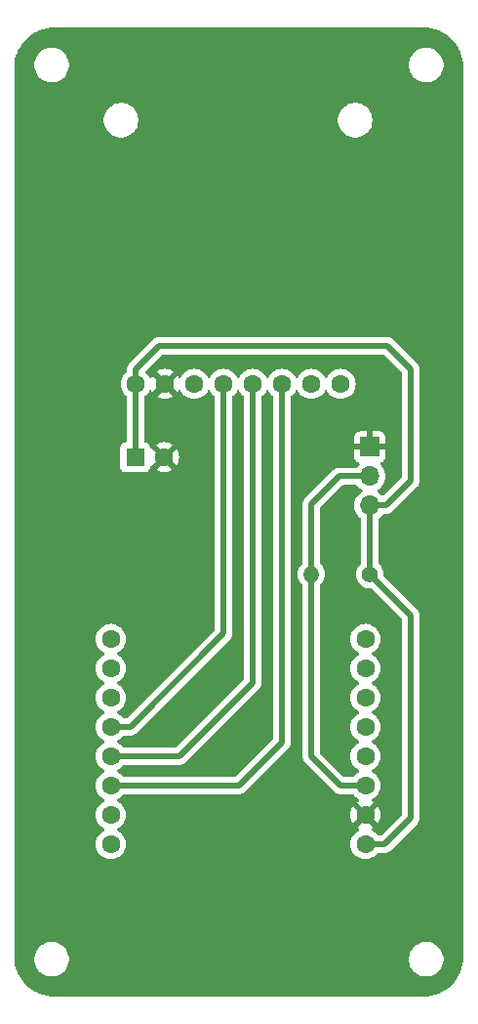
<source format=gbr>
%TF.GenerationSoftware,KiCad,Pcbnew,8.0.8*%
%TF.CreationDate,2025-01-27T17:27:28-03:00*%
%TF.ProjectId,temperature_sensor,74656d70-6572-4617-9475-72655f73656e,rev?*%
%TF.SameCoordinates,Original*%
%TF.FileFunction,Copper,L2,Bot*%
%TF.FilePolarity,Positive*%
%FSLAX46Y46*%
G04 Gerber Fmt 4.6, Leading zero omitted, Abs format (unit mm)*
G04 Created by KiCad (PCBNEW 8.0.8) date 2025-01-27 17:27:28*
%MOMM*%
%LPD*%
G01*
G04 APERTURE LIST*
%TA.AperFunction,ComponentPad*%
%ADD10C,1.600000*%
%TD*%
%TA.AperFunction,ComponentPad*%
%ADD11R,1.700000X1.700000*%
%TD*%
%TA.AperFunction,ComponentPad*%
%ADD12O,1.700000X1.700000*%
%TD*%
%TA.AperFunction,ComponentPad*%
%ADD13R,1.600000X1.600000*%
%TD*%
%TA.AperFunction,ComponentPad*%
%ADD14C,1.400000*%
%TD*%
%TA.AperFunction,ComponentPad*%
%ADD15O,1.400000X1.400000*%
%TD*%
%TA.AperFunction,ViaPad*%
%ADD16C,1.600000*%
%TD*%
%TA.AperFunction,Conductor*%
%ADD17C,0.500000*%
%TD*%
G04 APERTURE END LIST*
D10*
%TO.P,U101,1,3V3*%
%TO.N,+3V3*%
X133402000Y-120370000D03*
%TO.P,U101,2,D8*%
%TO.N,unconnected-(U101-D8-Pad2)*%
X133402000Y-117830000D03*
%TO.P,U101,3,D7*%
%TO.N,/SDI*%
X133402000Y-115290000D03*
%TO.P,U101,4,D6*%
%TO.N,/SDO*%
X133402000Y-112750000D03*
%TO.P,U101,5,D5*%
%TO.N,/CLK*%
X133402000Y-110210000D03*
%TO.P,U101,6,D0*%
%TO.N,unconnected-(U101-D0-Pad6)*%
X133402000Y-107670000D03*
%TO.P,U101,7,A0*%
%TO.N,unconnected-(U101-A0-Pad7)*%
X133402000Y-105130000D03*
%TO.P,U101,8,RST*%
%TO.N,unconnected-(U101-RST-Pad8)*%
X133402000Y-102590000D03*
%TO.P,U101,9,5V*%
%TO.N,+5V*%
X155500000Y-120370000D03*
%TO.P,U101,10,GND*%
%TO.N,GND*%
X155500000Y-117830000D03*
%TO.P,U101,11,D4*%
%TO.N,/DALLAS_TEMP*%
X155500000Y-115290000D03*
%TO.P,U101,12,D3*%
%TO.N,unconnected-(U101-D3-Pad12)*%
X155500000Y-112750000D03*
%TO.P,U101,13,D2*%
%TO.N,unconnected-(U101-D2-Pad13)*%
X155500000Y-110210000D03*
%TO.P,U101,14,D1*%
%TO.N,unconnected-(U101-D1-Pad14)*%
X155500000Y-107670000D03*
%TO.P,U101,15,RX*%
%TO.N,unconnected-(U101-RX-Pad15)*%
X155500000Y-105130000D03*
%TO.P,U101,16,TX*%
%TO.N,unconnected-(U101-TX-Pad16)*%
X155500000Y-102590000D03*
%TD*%
%TO.P,U102,1,VIN*%
%TO.N,+5V*%
X135561000Y-80492000D03*
%TO.P,U102,2,GND*%
%TO.N,GND*%
X138101000Y-80492000D03*
%TO.P,U102,3,3V3*%
%TO.N,unconnected-(U102-3V3-Pad3)*%
X140641000Y-80492000D03*
%TO.P,U102,4,CLK*%
%TO.N,/CLK*%
X143181000Y-80492000D03*
%TO.P,U102,5,SDO*%
%TO.N,/SDO*%
X145721000Y-80492000D03*
%TO.P,U102,6,SDI*%
%TO.N,/SDI*%
X148261000Y-80492000D03*
%TO.P,U102,7,CS*%
%TO.N,unconnected-(U102-CS-Pad7)*%
X150801000Y-80492000D03*
%TO.P,U102,8,NC*%
%TO.N,unconnected-(U102-NC-Pad8)*%
X153341000Y-80492000D03*
%TD*%
D11*
%TO.P,U103,1,GND*%
%TO.N,GND*%
X155881000Y-85953000D03*
D12*
%TO.P,U103,2,DQ*%
%TO.N,/DALLAS_TEMP*%
X155881000Y-88493000D03*
%TO.P,U103,3,V_{DD}*%
%TO.N,+5V*%
X155881000Y-91033000D03*
%TD*%
D13*
%TO.P,C101,1*%
%TO.N,+5V*%
X135524288Y-86842000D03*
D10*
%TO.P,C101,2*%
%TO.N,GND*%
X138024288Y-86842000D03*
%TD*%
D14*
%TO.P,R101,1*%
%TO.N,+5V*%
X155881000Y-96994000D03*
D15*
%TO.P,R101,2*%
%TO.N,/DALLAS_TEMP*%
X150801000Y-96994000D03*
%TD*%
D16*
%TO.N,GND*%
X144500000Y-124100000D03*
X154500000Y-131600000D03*
X127000000Y-124100000D03*
X162000000Y-72200000D03*
X154500000Y-51600000D03*
X138000000Y-98040979D03*
X162000000Y-111050000D03*
X150800000Y-85950000D03*
X144500000Y-59100000D03*
X162000000Y-98100000D03*
X162000000Y-124100000D03*
X162000000Y-85150000D03*
X144500000Y-72150000D03*
X134500000Y-51600000D03*
X127000000Y-111000000D03*
X127000000Y-59100000D03*
X127000000Y-72150000D03*
X162000000Y-59100000D03*
X140850000Y-107750000D03*
X134500000Y-131600000D03*
X144500000Y-111000000D03*
%TD*%
D17*
%TO.N,+5V*%
X157405000Y-77190000D02*
X137593000Y-77190000D01*
X159437000Y-100550000D02*
X155881000Y-96994000D01*
X135561000Y-80492000D02*
X135561000Y-80746000D01*
X155500000Y-120370000D02*
X157151000Y-120370000D01*
X135561000Y-79222000D02*
X135561000Y-80492000D01*
X137593000Y-77190000D02*
X135561000Y-79222000D01*
X135561000Y-80746000D02*
X135524288Y-80782712D01*
X157278000Y-91033000D02*
X159437000Y-88874000D01*
X155881000Y-91033000D02*
X155881000Y-96994000D01*
X159437000Y-88874000D02*
X159437000Y-79222000D01*
X159437000Y-118084000D02*
X159437000Y-100550000D01*
X135524288Y-80782712D02*
X135524288Y-86842000D01*
X159437000Y-79222000D02*
X157405000Y-77190000D01*
X157151000Y-120370000D02*
X159437000Y-118084000D01*
X155881000Y-91033000D02*
X157278000Y-91033000D01*
%TO.N,/DALLAS_TEMP*%
X150801000Y-90899000D02*
X150801000Y-96994000D01*
X153341000Y-115290000D02*
X150801000Y-112750000D01*
X150801000Y-112750000D02*
X150801000Y-96994000D01*
X155500000Y-115290000D02*
X153341000Y-115290000D01*
X153207000Y-88493000D02*
X150801000Y-90899000D01*
X155881000Y-88493000D02*
X153207000Y-88493000D01*
%TO.N,/CLK*%
X143181000Y-102119000D02*
X135090000Y-110210000D01*
X143181000Y-80492000D02*
X143181000Y-102119000D01*
X135090000Y-110210000D02*
X133402000Y-110210000D01*
%TO.N,/SDI*%
X144510000Y-115290000D02*
X133402000Y-115290000D01*
X148261000Y-80492000D02*
X148261000Y-111539000D01*
X148261000Y-111539000D02*
X144510000Y-115290000D01*
%TO.N,/SDO*%
X139350000Y-112750000D02*
X133402000Y-112750000D01*
X145721000Y-106379000D02*
X139350000Y-112750000D01*
X145721000Y-80492000D02*
X145721000Y-106379000D01*
%TD*%
%TA.AperFunction,Conductor*%
%TO.N,GND*%
G36*
X154760338Y-89263185D02*
G01*
X154794873Y-89296376D01*
X154842505Y-89364401D01*
X155009597Y-89531493D01*
X155009603Y-89531498D01*
X155195158Y-89661425D01*
X155238783Y-89716002D01*
X155245977Y-89785500D01*
X155214454Y-89847855D01*
X155195158Y-89864575D01*
X155009597Y-89994505D01*
X154842505Y-90161597D01*
X154706965Y-90355169D01*
X154706964Y-90355171D01*
X154607098Y-90569335D01*
X154607094Y-90569344D01*
X154545938Y-90797586D01*
X154545936Y-90797596D01*
X154525341Y-91032999D01*
X154525341Y-91033000D01*
X154545936Y-91268403D01*
X154545938Y-91268413D01*
X154607094Y-91496655D01*
X154607096Y-91496659D01*
X154607097Y-91496663D01*
X154685681Y-91665186D01*
X154706965Y-91710830D01*
X154706967Y-91710834D01*
X154842501Y-91904395D01*
X154842506Y-91904402D01*
X155009595Y-92071492D01*
X155009598Y-92071494D01*
X155009599Y-92071495D01*
X155077623Y-92119125D01*
X155121248Y-92173701D01*
X155130500Y-92220700D01*
X155130500Y-95998947D01*
X155110815Y-96065986D01*
X155090038Y-96090584D01*
X154990025Y-96181757D01*
X154990021Y-96181761D01*
X154855943Y-96359308D01*
X154855938Y-96359316D01*
X154756775Y-96558461D01*
X154756769Y-96558476D01*
X154695885Y-96772462D01*
X154695884Y-96772464D01*
X154675357Y-96993999D01*
X154675357Y-96994000D01*
X154695884Y-97215535D01*
X154695885Y-97215537D01*
X154756769Y-97429523D01*
X154756775Y-97429538D01*
X154855938Y-97628683D01*
X154855943Y-97628691D01*
X154990020Y-97806238D01*
X155154437Y-97956123D01*
X155154439Y-97956125D01*
X155343595Y-98073245D01*
X155343596Y-98073245D01*
X155343599Y-98073247D01*
X155551060Y-98153618D01*
X155769757Y-98194500D01*
X155769759Y-98194500D01*
X155968770Y-98194500D01*
X156035809Y-98214185D01*
X156056451Y-98230819D01*
X158650181Y-100824548D01*
X158683666Y-100885871D01*
X158686500Y-100912229D01*
X158686500Y-117721770D01*
X158666815Y-117788809D01*
X158650181Y-117809451D01*
X156876451Y-119583181D01*
X156815128Y-119616666D01*
X156788770Y-119619500D01*
X156626663Y-119619500D01*
X156559624Y-119599815D01*
X156525088Y-119566623D01*
X156500045Y-119530858D01*
X156339141Y-119369954D01*
X156152735Y-119239433D01*
X156152736Y-119239433D01*
X156152734Y-119239432D01*
X156094132Y-119212105D01*
X156041694Y-119165933D01*
X156022543Y-119098739D01*
X156042759Y-119031858D01*
X156094135Y-118987341D01*
X156152482Y-118960133D01*
X156225471Y-118909024D01*
X155629409Y-118312962D01*
X155692993Y-118295925D01*
X155807007Y-118230099D01*
X155900099Y-118137007D01*
X155965925Y-118022993D01*
X155982962Y-117959409D01*
X156579024Y-118555471D01*
X156630136Y-118482478D01*
X156726264Y-118276331D01*
X156726269Y-118276317D01*
X156785139Y-118056610D01*
X156785141Y-118056599D01*
X156804966Y-117830002D01*
X156804966Y-117829997D01*
X156785141Y-117603400D01*
X156785139Y-117603389D01*
X156726269Y-117383682D01*
X156726264Y-117383668D01*
X156630136Y-117177521D01*
X156630132Y-117177513D01*
X156579025Y-117104526D01*
X155982962Y-117700589D01*
X155965925Y-117637007D01*
X155900099Y-117522993D01*
X155807007Y-117429901D01*
X155692993Y-117364075D01*
X155629408Y-117347037D01*
X156225472Y-116750974D01*
X156152480Y-116699864D01*
X156094134Y-116672657D01*
X156041695Y-116626484D01*
X156022543Y-116559291D01*
X156042759Y-116492410D01*
X156094134Y-116447893D01*
X156152734Y-116420568D01*
X156339139Y-116290047D01*
X156500047Y-116129139D01*
X156630568Y-115942734D01*
X156726739Y-115736496D01*
X156785635Y-115516692D01*
X156805468Y-115290000D01*
X156785635Y-115063308D01*
X156726739Y-114843504D01*
X156630568Y-114637266D01*
X156500047Y-114450861D01*
X156500045Y-114450858D01*
X156339141Y-114289954D01*
X156152734Y-114159432D01*
X156152728Y-114159429D01*
X156094725Y-114132382D01*
X156042285Y-114086210D01*
X156023133Y-114019017D01*
X156043348Y-113952135D01*
X156094725Y-113907618D01*
X156152734Y-113880568D01*
X156339139Y-113750047D01*
X156500047Y-113589139D01*
X156630568Y-113402734D01*
X156726739Y-113196496D01*
X156785635Y-112976692D01*
X156805468Y-112750000D01*
X156785635Y-112523308D01*
X156726739Y-112303504D01*
X156630568Y-112097266D01*
X156500047Y-111910861D01*
X156500045Y-111910858D01*
X156339141Y-111749954D01*
X156152734Y-111619432D01*
X156152728Y-111619429D01*
X156094725Y-111592382D01*
X156042285Y-111546210D01*
X156023133Y-111479017D01*
X156043348Y-111412135D01*
X156094725Y-111367618D01*
X156152734Y-111340568D01*
X156339139Y-111210047D01*
X156500047Y-111049139D01*
X156630568Y-110862734D01*
X156726739Y-110656496D01*
X156785635Y-110436692D01*
X156805468Y-110210000D01*
X156785635Y-109983308D01*
X156726739Y-109763504D01*
X156630568Y-109557266D01*
X156500047Y-109370861D01*
X156500045Y-109370858D01*
X156339141Y-109209954D01*
X156152734Y-109079432D01*
X156152728Y-109079429D01*
X156094725Y-109052382D01*
X156042285Y-109006210D01*
X156023133Y-108939017D01*
X156043348Y-108872135D01*
X156094725Y-108827618D01*
X156152734Y-108800568D01*
X156339139Y-108670047D01*
X156500047Y-108509139D01*
X156630568Y-108322734D01*
X156726739Y-108116496D01*
X156785635Y-107896692D01*
X156805468Y-107670000D01*
X156785635Y-107443308D01*
X156726739Y-107223504D01*
X156630568Y-107017266D01*
X156500047Y-106830861D01*
X156500045Y-106830858D01*
X156339141Y-106669954D01*
X156152734Y-106539432D01*
X156152728Y-106539429D01*
X156094725Y-106512382D01*
X156042285Y-106466210D01*
X156023133Y-106399017D01*
X156043348Y-106332135D01*
X156094725Y-106287618D01*
X156152734Y-106260568D01*
X156339139Y-106130047D01*
X156500047Y-105969139D01*
X156630568Y-105782734D01*
X156726739Y-105576496D01*
X156785635Y-105356692D01*
X156805468Y-105130000D01*
X156785635Y-104903308D01*
X156726739Y-104683504D01*
X156630568Y-104477266D01*
X156500047Y-104290861D01*
X156500045Y-104290858D01*
X156339141Y-104129954D01*
X156152734Y-103999432D01*
X156152728Y-103999429D01*
X156094725Y-103972382D01*
X156042285Y-103926210D01*
X156023133Y-103859017D01*
X156043348Y-103792135D01*
X156094725Y-103747618D01*
X156152734Y-103720568D01*
X156339139Y-103590047D01*
X156500047Y-103429139D01*
X156630568Y-103242734D01*
X156726739Y-103036496D01*
X156785635Y-102816692D01*
X156805468Y-102590000D01*
X156785635Y-102363308D01*
X156726739Y-102143504D01*
X156630568Y-101937266D01*
X156532839Y-101797693D01*
X156500045Y-101750858D01*
X156339141Y-101589954D01*
X156152734Y-101459432D01*
X156152732Y-101459431D01*
X155946497Y-101363261D01*
X155946488Y-101363258D01*
X155726697Y-101304366D01*
X155726693Y-101304365D01*
X155726692Y-101304365D01*
X155726691Y-101304364D01*
X155726686Y-101304364D01*
X155500002Y-101284532D01*
X155499998Y-101284532D01*
X155273313Y-101304364D01*
X155273302Y-101304366D01*
X155053511Y-101363258D01*
X155053502Y-101363261D01*
X154847267Y-101459431D01*
X154847265Y-101459432D01*
X154660858Y-101589954D01*
X154499954Y-101750858D01*
X154369432Y-101937265D01*
X154369431Y-101937267D01*
X154273261Y-102143502D01*
X154273258Y-102143511D01*
X154214366Y-102363302D01*
X154214364Y-102363313D01*
X154194532Y-102589998D01*
X154194532Y-102590001D01*
X154214364Y-102816686D01*
X154214366Y-102816697D01*
X154273258Y-103036488D01*
X154273261Y-103036497D01*
X154369431Y-103242732D01*
X154369432Y-103242734D01*
X154499954Y-103429141D01*
X154660858Y-103590045D01*
X154660861Y-103590047D01*
X154847266Y-103720568D01*
X154905275Y-103747618D01*
X154957714Y-103793791D01*
X154976866Y-103860984D01*
X154956650Y-103927865D01*
X154905275Y-103972382D01*
X154847267Y-103999431D01*
X154847265Y-103999432D01*
X154660858Y-104129954D01*
X154499954Y-104290858D01*
X154369432Y-104477265D01*
X154369431Y-104477267D01*
X154273261Y-104683502D01*
X154273258Y-104683511D01*
X154214366Y-104903302D01*
X154214364Y-104903313D01*
X154194532Y-105129998D01*
X154194532Y-105130001D01*
X154214364Y-105356686D01*
X154214366Y-105356697D01*
X154273258Y-105576488D01*
X154273261Y-105576497D01*
X154369431Y-105782732D01*
X154369432Y-105782734D01*
X154499954Y-105969141D01*
X154660858Y-106130045D01*
X154660861Y-106130047D01*
X154847266Y-106260568D01*
X154905275Y-106287618D01*
X154957714Y-106333791D01*
X154976866Y-106400984D01*
X154956650Y-106467865D01*
X154905275Y-106512382D01*
X154847267Y-106539431D01*
X154847265Y-106539432D01*
X154660858Y-106669954D01*
X154499954Y-106830858D01*
X154369432Y-107017265D01*
X154369431Y-107017267D01*
X154273261Y-107223502D01*
X154273258Y-107223511D01*
X154214366Y-107443302D01*
X154214364Y-107443313D01*
X154194532Y-107669998D01*
X154194532Y-107670001D01*
X154214364Y-107896686D01*
X154214366Y-107896697D01*
X154273258Y-108116488D01*
X154273261Y-108116497D01*
X154369431Y-108322732D01*
X154369432Y-108322734D01*
X154499954Y-108509141D01*
X154660858Y-108670045D01*
X154660861Y-108670047D01*
X154847266Y-108800568D01*
X154905275Y-108827618D01*
X154957714Y-108873791D01*
X154976866Y-108940984D01*
X154956650Y-109007865D01*
X154905275Y-109052382D01*
X154847267Y-109079431D01*
X154847265Y-109079432D01*
X154660858Y-109209954D01*
X154499954Y-109370858D01*
X154369432Y-109557265D01*
X154369431Y-109557267D01*
X154273261Y-109763502D01*
X154273258Y-109763511D01*
X154214366Y-109983302D01*
X154214364Y-109983313D01*
X154194532Y-110209998D01*
X154194532Y-110210001D01*
X154214364Y-110436686D01*
X154214366Y-110436697D01*
X154273258Y-110656488D01*
X154273261Y-110656497D01*
X154369431Y-110862732D01*
X154369432Y-110862734D01*
X154499954Y-111049141D01*
X154660858Y-111210045D01*
X154660861Y-111210047D01*
X154847266Y-111340568D01*
X154905275Y-111367618D01*
X154957714Y-111413791D01*
X154976866Y-111480984D01*
X154956650Y-111547865D01*
X154905275Y-111592382D01*
X154847267Y-111619431D01*
X154847265Y-111619432D01*
X154660858Y-111749954D01*
X154499954Y-111910858D01*
X154369432Y-112097265D01*
X154369431Y-112097267D01*
X154273261Y-112303502D01*
X154273258Y-112303511D01*
X154214366Y-112523302D01*
X154214364Y-112523313D01*
X154194532Y-112749998D01*
X154194532Y-112750001D01*
X154214364Y-112976686D01*
X154214366Y-112976697D01*
X154273258Y-113196488D01*
X154273261Y-113196497D01*
X154369431Y-113402732D01*
X154369432Y-113402734D01*
X154499954Y-113589141D01*
X154660858Y-113750045D01*
X154660861Y-113750047D01*
X154847266Y-113880568D01*
X154905275Y-113907618D01*
X154957714Y-113953791D01*
X154976866Y-114020984D01*
X154956650Y-114087865D01*
X154905275Y-114132382D01*
X154847267Y-114159431D01*
X154847265Y-114159432D01*
X154660858Y-114289954D01*
X154499954Y-114450858D01*
X154474912Y-114486623D01*
X154420335Y-114530248D01*
X154373337Y-114539500D01*
X153703229Y-114539500D01*
X153636190Y-114519815D01*
X153615548Y-114503181D01*
X151587819Y-112475451D01*
X151554334Y-112414128D01*
X151551500Y-112387770D01*
X151551500Y-97989052D01*
X151571185Y-97922013D01*
X151591957Y-97897418D01*
X151691981Y-97806236D01*
X151826058Y-97628689D01*
X151925229Y-97429528D01*
X151986115Y-97215536D01*
X152006643Y-96994000D01*
X151986115Y-96772464D01*
X151925229Y-96558472D01*
X151925224Y-96558461D01*
X151826061Y-96359316D01*
X151826056Y-96359308D01*
X151790459Y-96312171D01*
X151691981Y-96181764D01*
X151691978Y-96181761D01*
X151691974Y-96181757D01*
X151591962Y-96090584D01*
X151555680Y-96030873D01*
X151551500Y-95998947D01*
X151551500Y-91261230D01*
X151571185Y-91194191D01*
X151587819Y-91173549D01*
X153481549Y-89279819D01*
X153542872Y-89246334D01*
X153569230Y-89243500D01*
X154693299Y-89243500D01*
X154760338Y-89263185D01*
G37*
%TD.AperFunction*%
%TA.AperFunction,Conductor*%
G36*
X147058865Y-81035348D02*
G01*
X147103382Y-81086725D01*
X147130429Y-81144728D01*
X147130432Y-81144734D01*
X147260954Y-81331141D01*
X147421859Y-81492046D01*
X147457621Y-81517086D01*
X147501247Y-81571662D01*
X147510500Y-81618662D01*
X147510500Y-111176770D01*
X147490815Y-111243809D01*
X147474181Y-111264451D01*
X144235451Y-114503181D01*
X144174128Y-114536666D01*
X144147770Y-114539500D01*
X134528663Y-114539500D01*
X134461624Y-114519815D01*
X134427088Y-114486623D01*
X134402045Y-114450858D01*
X134241141Y-114289954D01*
X134054734Y-114159432D01*
X134054728Y-114159429D01*
X133996725Y-114132382D01*
X133944285Y-114086210D01*
X133925133Y-114019017D01*
X133945348Y-113952135D01*
X133996725Y-113907618D01*
X134054734Y-113880568D01*
X134241139Y-113750047D01*
X134402047Y-113589139D01*
X134427088Y-113553377D01*
X134481665Y-113509752D01*
X134528663Y-113500500D01*
X139423920Y-113500500D01*
X139521462Y-113481096D01*
X139568913Y-113471658D01*
X139705495Y-113415084D01*
X139754729Y-113382186D01*
X139828416Y-113332952D01*
X146303952Y-106857415D01*
X146353428Y-106783368D01*
X146386084Y-106734495D01*
X146413006Y-106669500D01*
X146442659Y-106597912D01*
X146471500Y-106452917D01*
X146471500Y-106305082D01*
X146471500Y-81618662D01*
X146491185Y-81551623D01*
X146524379Y-81517086D01*
X146560139Y-81492047D01*
X146721047Y-81331139D01*
X146851568Y-81144734D01*
X146878618Y-81086724D01*
X146924790Y-81034285D01*
X146991983Y-81015133D01*
X147058865Y-81035348D01*
G37*
%TD.AperFunction*%
%TA.AperFunction,Conductor*%
G36*
X144518865Y-81035348D02*
G01*
X144563382Y-81086725D01*
X144590429Y-81144728D01*
X144590432Y-81144734D01*
X144720954Y-81331141D01*
X144881859Y-81492046D01*
X144917621Y-81517086D01*
X144961247Y-81571662D01*
X144970500Y-81618662D01*
X144970500Y-106016770D01*
X144950815Y-106083809D01*
X144934181Y-106104451D01*
X139075451Y-111963181D01*
X139014128Y-111996666D01*
X138987770Y-111999500D01*
X134528663Y-111999500D01*
X134461624Y-111979815D01*
X134427088Y-111946623D01*
X134402045Y-111910858D01*
X134241141Y-111749954D01*
X134054734Y-111619432D01*
X134054728Y-111619429D01*
X133996725Y-111592382D01*
X133944285Y-111546210D01*
X133925133Y-111479017D01*
X133945348Y-111412135D01*
X133996725Y-111367618D01*
X134054734Y-111340568D01*
X134241139Y-111210047D01*
X134402047Y-111049139D01*
X134427088Y-111013377D01*
X134481665Y-110969752D01*
X134528663Y-110960500D01*
X135163920Y-110960500D01*
X135261462Y-110941096D01*
X135308913Y-110931658D01*
X135445495Y-110875084D01*
X135494729Y-110842186D01*
X135568416Y-110792952D01*
X143763952Y-102597416D01*
X143787445Y-102562254D01*
X143834745Y-102491466D01*
X143834749Y-102491459D01*
X143846084Y-102474495D01*
X143902658Y-102337913D01*
X143931500Y-102192918D01*
X143931500Y-81618662D01*
X143951185Y-81551623D01*
X143984379Y-81517086D01*
X144020139Y-81492047D01*
X144181047Y-81331139D01*
X144311568Y-81144734D01*
X144338618Y-81086724D01*
X144384790Y-81034285D01*
X144451983Y-81015133D01*
X144518865Y-81035348D01*
G37*
%TD.AperFunction*%
%TA.AperFunction,Conductor*%
G36*
X160520032Y-49594648D02*
G01*
X160853929Y-49611052D01*
X160866037Y-49612245D01*
X160969146Y-49627539D01*
X161193699Y-49660849D01*
X161205617Y-49663219D01*
X161526951Y-49743709D01*
X161538588Y-49747240D01*
X161609806Y-49772722D01*
X161850467Y-49858832D01*
X161861688Y-49863479D01*
X162161163Y-50005120D01*
X162171871Y-50010844D01*
X162455988Y-50181137D01*
X162466106Y-50187897D01*
X162732170Y-50385224D01*
X162741576Y-50392944D01*
X162987013Y-50615395D01*
X162995604Y-50623986D01*
X163182755Y-50830475D01*
X163218055Y-50869423D01*
X163225775Y-50878829D01*
X163423102Y-51144893D01*
X163429862Y-51155011D01*
X163564982Y-51380446D01*
X163600148Y-51439116D01*
X163605883Y-51449844D01*
X163723954Y-51699485D01*
X163747514Y-51749297D01*
X163752170Y-51760540D01*
X163863759Y-52072411D01*
X163867292Y-52084055D01*
X163947777Y-52405369D01*
X163950151Y-52417305D01*
X163998754Y-52744962D01*
X163999947Y-52757071D01*
X164016351Y-53090966D01*
X164016500Y-53097051D01*
X164016500Y-130090948D01*
X164016351Y-130097033D01*
X163999947Y-130430928D01*
X163998754Y-130443037D01*
X163950151Y-130770694D01*
X163947777Y-130782630D01*
X163867292Y-131103944D01*
X163863759Y-131115588D01*
X163752170Y-131427459D01*
X163747514Y-131438702D01*
X163605885Y-131738151D01*
X163600148Y-131748883D01*
X163429862Y-132032988D01*
X163423102Y-132043106D01*
X163225775Y-132309170D01*
X163218055Y-132318576D01*
X162995611Y-132564006D01*
X162987006Y-132572611D01*
X162741576Y-132795055D01*
X162732170Y-132802775D01*
X162466106Y-133000102D01*
X162455988Y-133006862D01*
X162171883Y-133177148D01*
X162161151Y-133182885D01*
X161861702Y-133324514D01*
X161850459Y-133329170D01*
X161538588Y-133440759D01*
X161526944Y-133444292D01*
X161205630Y-133524777D01*
X161193694Y-133527151D01*
X160866037Y-133575754D01*
X160853928Y-133576947D01*
X160538989Y-133592419D01*
X160520031Y-133593351D01*
X160513949Y-133593500D01*
X128520051Y-133593500D01*
X128513968Y-133593351D01*
X128493900Y-133592365D01*
X128180071Y-133576947D01*
X128167962Y-133575754D01*
X127840305Y-133527151D01*
X127828369Y-133524777D01*
X127507055Y-133444292D01*
X127495411Y-133440759D01*
X127183540Y-133329170D01*
X127172301Y-133324515D01*
X126872844Y-133182883D01*
X126862121Y-133177150D01*
X126578011Y-133006862D01*
X126567893Y-133000102D01*
X126301829Y-132802775D01*
X126292423Y-132795055D01*
X126253475Y-132759755D01*
X126046986Y-132572604D01*
X126038395Y-132564013D01*
X125815944Y-132318576D01*
X125808224Y-132309170D01*
X125610897Y-132043106D01*
X125604137Y-132032988D01*
X125491162Y-131844500D01*
X125433844Y-131748871D01*
X125428120Y-131738163D01*
X125286479Y-131438688D01*
X125281829Y-131427459D01*
X125170240Y-131115588D01*
X125166707Y-131103944D01*
X125157958Y-131069015D01*
X125086219Y-130782617D01*
X125083848Y-130770694D01*
X125035245Y-130443037D01*
X125034052Y-130430927D01*
X125023980Y-130225902D01*
X126766500Y-130225902D01*
X126766500Y-130462097D01*
X126803446Y-130695368D01*
X126876433Y-130919996D01*
X126952363Y-131069015D01*
X126983657Y-131130433D01*
X127122483Y-131321510D01*
X127289490Y-131488517D01*
X127480567Y-131627343D01*
X127579991Y-131678002D01*
X127691003Y-131734566D01*
X127691005Y-131734566D01*
X127691008Y-131734568D01*
X127811412Y-131773689D01*
X127915631Y-131807553D01*
X128148903Y-131844500D01*
X128148908Y-131844500D01*
X128385097Y-131844500D01*
X128618368Y-131807553D01*
X128842992Y-131734568D01*
X129053433Y-131627343D01*
X129244510Y-131488517D01*
X129411517Y-131321510D01*
X129550343Y-131130433D01*
X129657568Y-130919992D01*
X129730553Y-130695368D01*
X129732671Y-130681993D01*
X129767500Y-130462097D01*
X129767500Y-130225902D01*
X159266500Y-130225902D01*
X159266500Y-130462097D01*
X159303446Y-130695368D01*
X159376433Y-130919996D01*
X159452363Y-131069015D01*
X159483657Y-131130433D01*
X159622483Y-131321510D01*
X159789490Y-131488517D01*
X159980567Y-131627343D01*
X160079991Y-131678002D01*
X160191003Y-131734566D01*
X160191005Y-131734566D01*
X160191008Y-131734568D01*
X160311412Y-131773689D01*
X160415631Y-131807553D01*
X160648903Y-131844500D01*
X160648908Y-131844500D01*
X160885097Y-131844500D01*
X161118368Y-131807553D01*
X161342992Y-131734568D01*
X161553433Y-131627343D01*
X161744510Y-131488517D01*
X161911517Y-131321510D01*
X162050343Y-131130433D01*
X162157568Y-130919992D01*
X162230553Y-130695368D01*
X162232671Y-130681993D01*
X162267500Y-130462097D01*
X162267500Y-130225902D01*
X162230553Y-129992631D01*
X162157566Y-129768003D01*
X162050342Y-129557566D01*
X161911517Y-129366490D01*
X161744510Y-129199483D01*
X161553433Y-129060657D01*
X161342996Y-128953433D01*
X161118368Y-128880446D01*
X160885097Y-128843500D01*
X160885092Y-128843500D01*
X160648908Y-128843500D01*
X160648903Y-128843500D01*
X160415631Y-128880446D01*
X160191003Y-128953433D01*
X159980566Y-129060657D01*
X159871550Y-129139862D01*
X159789490Y-129199483D01*
X159789488Y-129199485D01*
X159789487Y-129199485D01*
X159622485Y-129366487D01*
X159622485Y-129366488D01*
X159622483Y-129366490D01*
X159562862Y-129448550D01*
X159483657Y-129557566D01*
X159376433Y-129768003D01*
X159303446Y-129992631D01*
X159266500Y-130225902D01*
X129767500Y-130225902D01*
X129730553Y-129992631D01*
X129657566Y-129768003D01*
X129550342Y-129557566D01*
X129411517Y-129366490D01*
X129244510Y-129199483D01*
X129053433Y-129060657D01*
X128842996Y-128953433D01*
X128618368Y-128880446D01*
X128385097Y-128843500D01*
X128385092Y-128843500D01*
X128148908Y-128843500D01*
X128148903Y-128843500D01*
X127915631Y-128880446D01*
X127691003Y-128953433D01*
X127480566Y-129060657D01*
X127371550Y-129139862D01*
X127289490Y-129199483D01*
X127289488Y-129199485D01*
X127289487Y-129199485D01*
X127122485Y-129366487D01*
X127122485Y-129366488D01*
X127122483Y-129366490D01*
X127062862Y-129448550D01*
X126983657Y-129557566D01*
X126876433Y-129768003D01*
X126803446Y-129992631D01*
X126766500Y-130225902D01*
X125023980Y-130225902D01*
X125017649Y-130097032D01*
X125017500Y-130090948D01*
X125017500Y-102589998D01*
X132096532Y-102589998D01*
X132096532Y-102590001D01*
X132116364Y-102816686D01*
X132116366Y-102816697D01*
X132175258Y-103036488D01*
X132175261Y-103036497D01*
X132271431Y-103242732D01*
X132271432Y-103242734D01*
X132401954Y-103429141D01*
X132562858Y-103590045D01*
X132562861Y-103590047D01*
X132749266Y-103720568D01*
X132807275Y-103747618D01*
X132859714Y-103793791D01*
X132878866Y-103860984D01*
X132858650Y-103927865D01*
X132807275Y-103972382D01*
X132749267Y-103999431D01*
X132749265Y-103999432D01*
X132562858Y-104129954D01*
X132401954Y-104290858D01*
X132271432Y-104477265D01*
X132271431Y-104477267D01*
X132175261Y-104683502D01*
X132175258Y-104683511D01*
X132116366Y-104903302D01*
X132116364Y-104903313D01*
X132096532Y-105129998D01*
X132096532Y-105130001D01*
X132116364Y-105356686D01*
X132116366Y-105356697D01*
X132175258Y-105576488D01*
X132175261Y-105576497D01*
X132271431Y-105782732D01*
X132271432Y-105782734D01*
X132401954Y-105969141D01*
X132562858Y-106130045D01*
X132562861Y-106130047D01*
X132749266Y-106260568D01*
X132807275Y-106287618D01*
X132859714Y-106333791D01*
X132878866Y-106400984D01*
X132858650Y-106467865D01*
X132807275Y-106512382D01*
X132749267Y-106539431D01*
X132749265Y-106539432D01*
X132562858Y-106669954D01*
X132401954Y-106830858D01*
X132271432Y-107017265D01*
X132271431Y-107017267D01*
X132175261Y-107223502D01*
X132175258Y-107223511D01*
X132116366Y-107443302D01*
X132116364Y-107443313D01*
X132096532Y-107669998D01*
X132096532Y-107670001D01*
X132116364Y-107896686D01*
X132116366Y-107896697D01*
X132175258Y-108116488D01*
X132175261Y-108116497D01*
X132271431Y-108322732D01*
X132271432Y-108322734D01*
X132401954Y-108509141D01*
X132562858Y-108670045D01*
X132562861Y-108670047D01*
X132749266Y-108800568D01*
X132807275Y-108827618D01*
X132859714Y-108873791D01*
X132878866Y-108940984D01*
X132858650Y-109007865D01*
X132807275Y-109052382D01*
X132749267Y-109079431D01*
X132749265Y-109079432D01*
X132562858Y-109209954D01*
X132401954Y-109370858D01*
X132271432Y-109557265D01*
X132271431Y-109557267D01*
X132175261Y-109763502D01*
X132175258Y-109763511D01*
X132116366Y-109983302D01*
X132116364Y-109983313D01*
X132096532Y-110209998D01*
X132096532Y-110210001D01*
X132116364Y-110436686D01*
X132116366Y-110436697D01*
X132175258Y-110656488D01*
X132175261Y-110656497D01*
X132271431Y-110862732D01*
X132271432Y-110862734D01*
X132401954Y-111049141D01*
X132562858Y-111210045D01*
X132562861Y-111210047D01*
X132749266Y-111340568D01*
X132807275Y-111367618D01*
X132859714Y-111413791D01*
X132878866Y-111480984D01*
X132858650Y-111547865D01*
X132807275Y-111592382D01*
X132749267Y-111619431D01*
X132749265Y-111619432D01*
X132562858Y-111749954D01*
X132401954Y-111910858D01*
X132271432Y-112097265D01*
X132271431Y-112097267D01*
X132175261Y-112303502D01*
X132175258Y-112303511D01*
X132116366Y-112523302D01*
X132116364Y-112523313D01*
X132096532Y-112749998D01*
X132096532Y-112750001D01*
X132116364Y-112976686D01*
X132116366Y-112976697D01*
X132175258Y-113196488D01*
X132175261Y-113196497D01*
X132271431Y-113402732D01*
X132271432Y-113402734D01*
X132401954Y-113589141D01*
X132562858Y-113750045D01*
X132562861Y-113750047D01*
X132749266Y-113880568D01*
X132807275Y-113907618D01*
X132859714Y-113953791D01*
X132878866Y-114020984D01*
X132858650Y-114087865D01*
X132807275Y-114132382D01*
X132749267Y-114159431D01*
X132749265Y-114159432D01*
X132562858Y-114289954D01*
X132401954Y-114450858D01*
X132271432Y-114637265D01*
X132271431Y-114637267D01*
X132175261Y-114843502D01*
X132175258Y-114843511D01*
X132116366Y-115063302D01*
X132116364Y-115063313D01*
X132096532Y-115289998D01*
X132096532Y-115290001D01*
X132116364Y-115516686D01*
X132116366Y-115516697D01*
X132175258Y-115736488D01*
X132175261Y-115736497D01*
X132271431Y-115942732D01*
X132271432Y-115942734D01*
X132401954Y-116129141D01*
X132562858Y-116290045D01*
X132562861Y-116290047D01*
X132749266Y-116420568D01*
X132807275Y-116447618D01*
X132859714Y-116493791D01*
X132878866Y-116560984D01*
X132858650Y-116627865D01*
X132807275Y-116672382D01*
X132749267Y-116699431D01*
X132749265Y-116699432D01*
X132562858Y-116829954D01*
X132401954Y-116990858D01*
X132271432Y-117177265D01*
X132271431Y-117177267D01*
X132175261Y-117383502D01*
X132175258Y-117383511D01*
X132116366Y-117603302D01*
X132116364Y-117603313D01*
X132096532Y-117829998D01*
X132096532Y-117830001D01*
X132116364Y-118056686D01*
X132116366Y-118056697D01*
X132175258Y-118276488D01*
X132175261Y-118276497D01*
X132271431Y-118482732D01*
X132271432Y-118482734D01*
X132401954Y-118669141D01*
X132562858Y-118830045D01*
X132562861Y-118830047D01*
X132749266Y-118960568D01*
X132806681Y-118987341D01*
X132807275Y-118987618D01*
X132859714Y-119033791D01*
X132878866Y-119100984D01*
X132858650Y-119167865D01*
X132807275Y-119212382D01*
X132749267Y-119239431D01*
X132749265Y-119239432D01*
X132562858Y-119369954D01*
X132401954Y-119530858D01*
X132271432Y-119717265D01*
X132271431Y-119717267D01*
X132175261Y-119923502D01*
X132175258Y-119923511D01*
X132116366Y-120143302D01*
X132116364Y-120143313D01*
X132096532Y-120369998D01*
X132096532Y-120370001D01*
X132116364Y-120596686D01*
X132116366Y-120596697D01*
X132175258Y-120816488D01*
X132175261Y-120816497D01*
X132271431Y-121022732D01*
X132271432Y-121022734D01*
X132401954Y-121209141D01*
X132562858Y-121370045D01*
X132562861Y-121370047D01*
X132749266Y-121500568D01*
X132955504Y-121596739D01*
X133175308Y-121655635D01*
X133337230Y-121669801D01*
X133401998Y-121675468D01*
X133402000Y-121675468D01*
X133402002Y-121675468D01*
X133458673Y-121670509D01*
X133628692Y-121655635D01*
X133848496Y-121596739D01*
X134054734Y-121500568D01*
X134241139Y-121370047D01*
X134402047Y-121209139D01*
X134532568Y-121022734D01*
X134628739Y-120816496D01*
X134687635Y-120596692D01*
X134707468Y-120370000D01*
X134687635Y-120143308D01*
X134628739Y-119923504D01*
X134532568Y-119717266D01*
X134402047Y-119530861D01*
X134402045Y-119530858D01*
X134241141Y-119369954D01*
X134054734Y-119239432D01*
X134054728Y-119239429D01*
X133996725Y-119212382D01*
X133944285Y-119166210D01*
X133925133Y-119099017D01*
X133945348Y-119032135D01*
X133996725Y-118987618D01*
X133997319Y-118987341D01*
X134054734Y-118960568D01*
X134241139Y-118830047D01*
X134402047Y-118669139D01*
X134532568Y-118482734D01*
X134628739Y-118276496D01*
X134687635Y-118056692D01*
X134707468Y-117830000D01*
X134687635Y-117603308D01*
X134628739Y-117383504D01*
X134532568Y-117177266D01*
X134402047Y-116990861D01*
X134402045Y-116990858D01*
X134241141Y-116829954D01*
X134054734Y-116699432D01*
X134054728Y-116699429D01*
X133996725Y-116672382D01*
X133944285Y-116626210D01*
X133925133Y-116559017D01*
X133945348Y-116492135D01*
X133996725Y-116447618D01*
X134054734Y-116420568D01*
X134241139Y-116290047D01*
X134402047Y-116129139D01*
X134427088Y-116093377D01*
X134481665Y-116049752D01*
X134528663Y-116040500D01*
X144583920Y-116040500D01*
X144681462Y-116021096D01*
X144728913Y-116011658D01*
X144865495Y-115955084D01*
X144914729Y-115922186D01*
X144988416Y-115872952D01*
X148843952Y-112017416D01*
X148893186Y-111943729D01*
X148926084Y-111894495D01*
X148982658Y-111757913D01*
X148992096Y-111710462D01*
X149011500Y-111612920D01*
X149011500Y-81618662D01*
X149031185Y-81551623D01*
X149064379Y-81517086D01*
X149100139Y-81492047D01*
X149261047Y-81331139D01*
X149391568Y-81144734D01*
X149418618Y-81086724D01*
X149464790Y-81034285D01*
X149531983Y-81015133D01*
X149598865Y-81035348D01*
X149643382Y-81086725D01*
X149670429Y-81144728D01*
X149670432Y-81144734D01*
X149800954Y-81331141D01*
X149961858Y-81492045D01*
X149968383Y-81496614D01*
X150148266Y-81622568D01*
X150354504Y-81718739D01*
X150574308Y-81777635D01*
X150736230Y-81791801D01*
X150800998Y-81797468D01*
X150801000Y-81797468D01*
X150801002Y-81797468D01*
X150857673Y-81792509D01*
X151027692Y-81777635D01*
X151247496Y-81718739D01*
X151453734Y-81622568D01*
X151640139Y-81492047D01*
X151801047Y-81331139D01*
X151931568Y-81144734D01*
X151958618Y-81086724D01*
X152004790Y-81034285D01*
X152071983Y-81015133D01*
X152138865Y-81035348D01*
X152183382Y-81086725D01*
X152210429Y-81144728D01*
X152210432Y-81144734D01*
X152340954Y-81331141D01*
X152501858Y-81492045D01*
X152508383Y-81496614D01*
X152688266Y-81622568D01*
X152894504Y-81718739D01*
X153114308Y-81777635D01*
X153276230Y-81791801D01*
X153340998Y-81797468D01*
X153341000Y-81797468D01*
X153341002Y-81797468D01*
X153397673Y-81792509D01*
X153567692Y-81777635D01*
X153787496Y-81718739D01*
X153993734Y-81622568D01*
X154180139Y-81492047D01*
X154341047Y-81331139D01*
X154471568Y-81144734D01*
X154567739Y-80938496D01*
X154626635Y-80718692D01*
X154646468Y-80492000D01*
X154626635Y-80265308D01*
X154567739Y-80045504D01*
X154471568Y-79839266D01*
X154341047Y-79652861D01*
X154341045Y-79652858D01*
X154180141Y-79491954D01*
X153993734Y-79361432D01*
X153993732Y-79361431D01*
X153787497Y-79265261D01*
X153787488Y-79265258D01*
X153567697Y-79206366D01*
X153567693Y-79206365D01*
X153567692Y-79206365D01*
X153567691Y-79206364D01*
X153567686Y-79206364D01*
X153341002Y-79186532D01*
X153340998Y-79186532D01*
X153114313Y-79206364D01*
X153114302Y-79206366D01*
X152894511Y-79265258D01*
X152894502Y-79265261D01*
X152688267Y-79361431D01*
X152688265Y-79361432D01*
X152501858Y-79491954D01*
X152340954Y-79652858D01*
X152210432Y-79839265D01*
X152210431Y-79839267D01*
X152183382Y-79897275D01*
X152137209Y-79949714D01*
X152070016Y-79968866D01*
X152003135Y-79948650D01*
X151958618Y-79897275D01*
X151931568Y-79839266D01*
X151801047Y-79652861D01*
X151801045Y-79652858D01*
X151640141Y-79491954D01*
X151453734Y-79361432D01*
X151453732Y-79361431D01*
X151247497Y-79265261D01*
X151247488Y-79265258D01*
X151027697Y-79206366D01*
X151027693Y-79206365D01*
X151027692Y-79206365D01*
X151027691Y-79206364D01*
X151027686Y-79206364D01*
X150801002Y-79186532D01*
X150800998Y-79186532D01*
X150574313Y-79206364D01*
X150574302Y-79206366D01*
X150354511Y-79265258D01*
X150354502Y-79265261D01*
X150148267Y-79361431D01*
X150148265Y-79361432D01*
X149961858Y-79491954D01*
X149800954Y-79652858D01*
X149670432Y-79839265D01*
X149670431Y-79839267D01*
X149643382Y-79897275D01*
X149597209Y-79949714D01*
X149530016Y-79968866D01*
X149463135Y-79948650D01*
X149418618Y-79897275D01*
X149391568Y-79839266D01*
X149261047Y-79652861D01*
X149261045Y-79652858D01*
X149100141Y-79491954D01*
X148913734Y-79361432D01*
X148913732Y-79361431D01*
X148707497Y-79265261D01*
X148707488Y-79265258D01*
X148487697Y-79206366D01*
X148487693Y-79206365D01*
X148487692Y-79206365D01*
X148487691Y-79206364D01*
X148487686Y-79206364D01*
X148261002Y-79186532D01*
X148260998Y-79186532D01*
X148034313Y-79206364D01*
X148034302Y-79206366D01*
X147814511Y-79265258D01*
X147814502Y-79265261D01*
X147608267Y-79361431D01*
X147608265Y-79361432D01*
X147421858Y-79491954D01*
X147260954Y-79652858D01*
X147130432Y-79839265D01*
X147130431Y-79839267D01*
X147103382Y-79897275D01*
X147057209Y-79949714D01*
X146990016Y-79968866D01*
X146923135Y-79948650D01*
X146878618Y-79897275D01*
X146851568Y-79839266D01*
X146721047Y-79652861D01*
X146721045Y-79652858D01*
X146560141Y-79491954D01*
X146373734Y-79361432D01*
X146373732Y-79361431D01*
X146167497Y-79265261D01*
X146167488Y-79265258D01*
X145947697Y-79206366D01*
X145947693Y-79206365D01*
X145947692Y-79206365D01*
X145947691Y-79206364D01*
X145947686Y-79206364D01*
X145721002Y-79186532D01*
X145720998Y-79186532D01*
X145494313Y-79206364D01*
X145494302Y-79206366D01*
X145274511Y-79265258D01*
X145274502Y-79265261D01*
X145068267Y-79361431D01*
X145068265Y-79361432D01*
X144881858Y-79491954D01*
X144720954Y-79652858D01*
X144590432Y-79839265D01*
X144590431Y-79839267D01*
X144563382Y-79897275D01*
X144517209Y-79949714D01*
X144450016Y-79968866D01*
X144383135Y-79948650D01*
X144338618Y-79897275D01*
X144311568Y-79839266D01*
X144181047Y-79652861D01*
X144181045Y-79652858D01*
X144020141Y-79491954D01*
X143833734Y-79361432D01*
X143833732Y-79361431D01*
X143627497Y-79265261D01*
X143627488Y-79265258D01*
X143407697Y-79206366D01*
X143407693Y-79206365D01*
X143407692Y-79206365D01*
X143407691Y-79206364D01*
X143407686Y-79206364D01*
X143181002Y-79186532D01*
X143180998Y-79186532D01*
X142954313Y-79206364D01*
X142954302Y-79206366D01*
X142734511Y-79265258D01*
X142734502Y-79265261D01*
X142528267Y-79361431D01*
X142528265Y-79361432D01*
X142341858Y-79491954D01*
X142180954Y-79652858D01*
X142050432Y-79839265D01*
X142050431Y-79839267D01*
X142023382Y-79897275D01*
X141977209Y-79949714D01*
X141910016Y-79968866D01*
X141843135Y-79948650D01*
X141798618Y-79897275D01*
X141771568Y-79839266D01*
X141641047Y-79652861D01*
X141641045Y-79652858D01*
X141480141Y-79491954D01*
X141293734Y-79361432D01*
X141293732Y-79361431D01*
X141087497Y-79265261D01*
X141087488Y-79265258D01*
X140867697Y-79206366D01*
X140867693Y-79206365D01*
X140867692Y-79206365D01*
X140867691Y-79206364D01*
X140867686Y-79206364D01*
X140641002Y-79186532D01*
X140640998Y-79186532D01*
X140414313Y-79206364D01*
X140414302Y-79206366D01*
X140194511Y-79265258D01*
X140194502Y-79265261D01*
X139988267Y-79361431D01*
X139988265Y-79361432D01*
X139801858Y-79491954D01*
X139640954Y-79652858D01*
X139510432Y-79839265D01*
X139510428Y-79839272D01*
X139483105Y-79897866D01*
X139436932Y-79950305D01*
X139369738Y-79969456D01*
X139302858Y-79949239D01*
X139258342Y-79897864D01*
X139231136Y-79839521D01*
X139231132Y-79839513D01*
X139180025Y-79766526D01*
X138583962Y-80362589D01*
X138566925Y-80299007D01*
X138501099Y-80184993D01*
X138408007Y-80091901D01*
X138293993Y-80026075D01*
X138230408Y-80009037D01*
X138826472Y-79412974D01*
X138753478Y-79361863D01*
X138547331Y-79265735D01*
X138547317Y-79265730D01*
X138327610Y-79206860D01*
X138327599Y-79206858D01*
X138101002Y-79187034D01*
X138100998Y-79187034D01*
X137874400Y-79206858D01*
X137874389Y-79206860D01*
X137654682Y-79265730D01*
X137654673Y-79265734D01*
X137448516Y-79361866D01*
X137448512Y-79361868D01*
X137375526Y-79412973D01*
X137375526Y-79412974D01*
X137971590Y-80009037D01*
X137908007Y-80026075D01*
X137793993Y-80091901D01*
X137700901Y-80184993D01*
X137635075Y-80299007D01*
X137618037Y-80362590D01*
X137021974Y-79766526D01*
X137021973Y-79766526D01*
X136970868Y-79839512D01*
X136970868Y-79839513D01*
X136943657Y-79897867D01*
X136897484Y-79950306D01*
X136830290Y-79969457D01*
X136763409Y-79949241D01*
X136718893Y-79897865D01*
X136691682Y-79839512D01*
X136691568Y-79839266D01*
X136561047Y-79652861D01*
X136463955Y-79555769D01*
X136430472Y-79494449D01*
X136435456Y-79424757D01*
X136463955Y-79380411D01*
X137867549Y-77976819D01*
X137928872Y-77943334D01*
X137955230Y-77940500D01*
X157042770Y-77940500D01*
X157109809Y-77960185D01*
X157130451Y-77976819D01*
X158650181Y-79496549D01*
X158683666Y-79557872D01*
X158686500Y-79584230D01*
X158686500Y-88511769D01*
X158666815Y-88578808D01*
X158650181Y-88599450D01*
X157091445Y-90158186D01*
X157030122Y-90191671D01*
X156960430Y-90186687D01*
X156916083Y-90158187D01*
X156916082Y-90158186D01*
X156752401Y-89994505D01*
X156752397Y-89994502D01*
X156752396Y-89994501D01*
X156566842Y-89864575D01*
X156523217Y-89809998D01*
X156516023Y-89740500D01*
X156547546Y-89678145D01*
X156566842Y-89661425D01*
X156589026Y-89645891D01*
X156752401Y-89531495D01*
X156919495Y-89364401D01*
X157055035Y-89170830D01*
X157154903Y-88956663D01*
X157216063Y-88728408D01*
X157236659Y-88493000D01*
X157216063Y-88257592D01*
X157154903Y-88029337D01*
X157055035Y-87815171D01*
X157024346Y-87771343D01*
X156919496Y-87621600D01*
X156865367Y-87567471D01*
X156797179Y-87499283D01*
X156763696Y-87437963D01*
X156768680Y-87368271D01*
X156810551Y-87312337D01*
X156841529Y-87295422D01*
X156973086Y-87246354D01*
X156973093Y-87246350D01*
X157088187Y-87160190D01*
X157088190Y-87160187D01*
X157174350Y-87045093D01*
X157174354Y-87045086D01*
X157224596Y-86910379D01*
X157224598Y-86910372D01*
X157230999Y-86850844D01*
X157231000Y-86850827D01*
X157231000Y-86203000D01*
X156314012Y-86203000D01*
X156346925Y-86145993D01*
X156381000Y-86018826D01*
X156381000Y-85887174D01*
X156346925Y-85760007D01*
X156314012Y-85703000D01*
X157231000Y-85703000D01*
X157231000Y-85055172D01*
X157230999Y-85055155D01*
X157224598Y-84995627D01*
X157224596Y-84995620D01*
X157174354Y-84860913D01*
X157174350Y-84860906D01*
X157088190Y-84745812D01*
X157088187Y-84745809D01*
X156973093Y-84659649D01*
X156973086Y-84659645D01*
X156838379Y-84609403D01*
X156838372Y-84609401D01*
X156778844Y-84603000D01*
X156131000Y-84603000D01*
X156131000Y-85519988D01*
X156073993Y-85487075D01*
X155946826Y-85453000D01*
X155815174Y-85453000D01*
X155688007Y-85487075D01*
X155631000Y-85519988D01*
X155631000Y-84603000D01*
X154983155Y-84603000D01*
X154923627Y-84609401D01*
X154923620Y-84609403D01*
X154788913Y-84659645D01*
X154788906Y-84659649D01*
X154673812Y-84745809D01*
X154673809Y-84745812D01*
X154587649Y-84860906D01*
X154587645Y-84860913D01*
X154537403Y-84995620D01*
X154537401Y-84995627D01*
X154531000Y-85055155D01*
X154531000Y-85703000D01*
X155447988Y-85703000D01*
X155415075Y-85760007D01*
X155381000Y-85887174D01*
X155381000Y-86018826D01*
X155415075Y-86145993D01*
X155447988Y-86203000D01*
X154531000Y-86203000D01*
X154531000Y-86850844D01*
X154537401Y-86910372D01*
X154537403Y-86910379D01*
X154587645Y-87045086D01*
X154587649Y-87045093D01*
X154673809Y-87160187D01*
X154673812Y-87160190D01*
X154788906Y-87246350D01*
X154788913Y-87246354D01*
X154920470Y-87295421D01*
X154976403Y-87337292D01*
X155000821Y-87402756D01*
X154985970Y-87471029D01*
X154964819Y-87499284D01*
X154842503Y-87621600D01*
X154794874Y-87689623D01*
X154740297Y-87733248D01*
X154693299Y-87742500D01*
X153133080Y-87742500D01*
X152988092Y-87771340D01*
X152988082Y-87771343D01*
X152851509Y-87827913D01*
X152851507Y-87827914D01*
X152810645Y-87855218D01*
X152810643Y-87855219D01*
X152728589Y-87910043D01*
X152728584Y-87910047D01*
X150218049Y-90420582D01*
X150218049Y-90420583D01*
X150198360Y-90450050D01*
X150135914Y-90543508D01*
X150079343Y-90680082D01*
X150079340Y-90680092D01*
X150050500Y-90825079D01*
X150050500Y-95998947D01*
X150030815Y-96065986D01*
X150010038Y-96090584D01*
X149910025Y-96181757D01*
X149910021Y-96181761D01*
X149775943Y-96359308D01*
X149775938Y-96359316D01*
X149676775Y-96558461D01*
X149676769Y-96558476D01*
X149615885Y-96772462D01*
X149615884Y-96772464D01*
X149595357Y-96993999D01*
X149595357Y-96994000D01*
X149615884Y-97215535D01*
X149615885Y-97215537D01*
X149676769Y-97429523D01*
X149676775Y-97429538D01*
X149775938Y-97628683D01*
X149775943Y-97628691D01*
X149842980Y-97717462D01*
X149910019Y-97806236D01*
X150010039Y-97897416D01*
X150046319Y-97957126D01*
X150050500Y-97989052D01*
X150050500Y-112823918D01*
X150050500Y-112823920D01*
X150050499Y-112823920D01*
X150079340Y-112968907D01*
X150079343Y-112968917D01*
X150135914Y-113105492D01*
X150168812Y-113154727D01*
X150168813Y-113154730D01*
X150218046Y-113228414D01*
X150218052Y-113228421D01*
X152279631Y-115289998D01*
X152758048Y-115768415D01*
X152758049Y-115768416D01*
X152862583Y-115872950D01*
X152862585Y-115872952D01*
X152985498Y-115955080D01*
X152985511Y-115955087D01*
X153122082Y-116011656D01*
X153122087Y-116011658D01*
X153122091Y-116011658D01*
X153122092Y-116011659D01*
X153267079Y-116040500D01*
X153267082Y-116040500D01*
X154373337Y-116040500D01*
X154440376Y-116060185D01*
X154474912Y-116093377D01*
X154499954Y-116129141D01*
X154660858Y-116290045D01*
X154660861Y-116290047D01*
X154847266Y-116420568D01*
X154905865Y-116447893D01*
X154958305Y-116494065D01*
X154977457Y-116561258D01*
X154957242Y-116628139D01*
X154905867Y-116672657D01*
X154847513Y-116699868D01*
X154847512Y-116699868D01*
X154774526Y-116750973D01*
X154774526Y-116750974D01*
X155370590Y-117347037D01*
X155307007Y-117364075D01*
X155192993Y-117429901D01*
X155099901Y-117522993D01*
X155034075Y-117637007D01*
X155017037Y-117700590D01*
X154420974Y-117104526D01*
X154420973Y-117104526D01*
X154369868Y-117177512D01*
X154369866Y-117177516D01*
X154273734Y-117383673D01*
X154273730Y-117383682D01*
X154214860Y-117603389D01*
X154214858Y-117603400D01*
X154195034Y-117829997D01*
X154195034Y-117830002D01*
X154214858Y-118056599D01*
X154214860Y-118056610D01*
X154273730Y-118276317D01*
X154273735Y-118276331D01*
X154369863Y-118482478D01*
X154420974Y-118555472D01*
X155017037Y-117959409D01*
X155034075Y-118022993D01*
X155099901Y-118137007D01*
X155192993Y-118230099D01*
X155307007Y-118295925D01*
X155370590Y-118312962D01*
X154774526Y-118909025D01*
X154847513Y-118960132D01*
X154847521Y-118960136D01*
X154905864Y-118987342D01*
X154958304Y-119033514D01*
X154977456Y-119100707D01*
X154957241Y-119167589D01*
X154905866Y-119212105D01*
X154847272Y-119239428D01*
X154847265Y-119239432D01*
X154660858Y-119369954D01*
X154499954Y-119530858D01*
X154369432Y-119717265D01*
X154369431Y-119717267D01*
X154273261Y-119923502D01*
X154273258Y-119923511D01*
X154214366Y-120143302D01*
X154214364Y-120143313D01*
X154194532Y-120369998D01*
X154194532Y-120370001D01*
X154214364Y-120596686D01*
X154214366Y-120596697D01*
X154273258Y-120816488D01*
X154273261Y-120816497D01*
X154369431Y-121022732D01*
X154369432Y-121022734D01*
X154499954Y-121209141D01*
X154660858Y-121370045D01*
X154660861Y-121370047D01*
X154847266Y-121500568D01*
X155053504Y-121596739D01*
X155273308Y-121655635D01*
X155435230Y-121669801D01*
X155499998Y-121675468D01*
X155500000Y-121675468D01*
X155500002Y-121675468D01*
X155556673Y-121670509D01*
X155726692Y-121655635D01*
X155946496Y-121596739D01*
X156152734Y-121500568D01*
X156339139Y-121370047D01*
X156500047Y-121209139D01*
X156525088Y-121173377D01*
X156579665Y-121129752D01*
X156626663Y-121120500D01*
X157224920Y-121120500D01*
X157322462Y-121101096D01*
X157369913Y-121091658D01*
X157506495Y-121035084D01*
X157555729Y-121002186D01*
X157629416Y-120952952D01*
X160019951Y-118562416D01*
X160102084Y-118439495D01*
X160158658Y-118302913D01*
X160187500Y-118157918D01*
X160187500Y-118010083D01*
X160187500Y-100476082D01*
X160187500Y-100476079D01*
X160158659Y-100331092D01*
X160158658Y-100331091D01*
X160158658Y-100331087D01*
X160158656Y-100331082D01*
X160102087Y-100194511D01*
X160102080Y-100194498D01*
X160019952Y-100071585D01*
X160019951Y-100071584D01*
X159915416Y-99967049D01*
X157115568Y-97167201D01*
X157082083Y-97105878D01*
X157079778Y-97068078D01*
X157086643Y-96993999D01*
X157066115Y-96772464D01*
X157066114Y-96772462D01*
X157005230Y-96558476D01*
X157005229Y-96558472D01*
X157005224Y-96558461D01*
X156906061Y-96359316D01*
X156906056Y-96359308D01*
X156870459Y-96312171D01*
X156771981Y-96181764D01*
X156771978Y-96181761D01*
X156771974Y-96181757D01*
X156671962Y-96090584D01*
X156635680Y-96030873D01*
X156631500Y-95998947D01*
X156631500Y-92220700D01*
X156651185Y-92153661D01*
X156684375Y-92119126D01*
X156752401Y-92071495D01*
X156919495Y-91904401D01*
X156967127Y-91836376D01*
X157021704Y-91792751D01*
X157068701Y-91783500D01*
X157351920Y-91783500D01*
X157449462Y-91764096D01*
X157496913Y-91754658D01*
X157633495Y-91698084D01*
X157682729Y-91665186D01*
X157756416Y-91615952D01*
X160019952Y-89352416D01*
X160069186Y-89278729D01*
X160102084Y-89229495D01*
X160158658Y-89092913D01*
X160168096Y-89045462D01*
X160187500Y-88947920D01*
X160187500Y-79148079D01*
X160158659Y-79003092D01*
X160158658Y-79003091D01*
X160158658Y-79003087D01*
X160102085Y-78866508D01*
X160102085Y-78866507D01*
X160069186Y-78817270D01*
X160069185Y-78817268D01*
X160019956Y-78743589D01*
X160019952Y-78743584D01*
X157883421Y-76607052D01*
X157883414Y-76607046D01*
X157809729Y-76557812D01*
X157809729Y-76557813D01*
X157760491Y-76524913D01*
X157623917Y-76468343D01*
X157623907Y-76468340D01*
X157478920Y-76439500D01*
X157478918Y-76439500D01*
X137519082Y-76439500D01*
X137519080Y-76439500D01*
X137374092Y-76468340D01*
X137374086Y-76468342D01*
X137237508Y-76524914D01*
X137237496Y-76524921D01*
X137188269Y-76557813D01*
X137114588Y-76607044D01*
X137114580Y-76607050D01*
X134978050Y-78743580D01*
X134978044Y-78743588D01*
X134928812Y-78817268D01*
X134928813Y-78817269D01*
X134895921Y-78866496D01*
X134895914Y-78866508D01*
X134839342Y-79003086D01*
X134839340Y-79003092D01*
X134810500Y-79148079D01*
X134810500Y-79365336D01*
X134790815Y-79432375D01*
X134757625Y-79466910D01*
X134721863Y-79491951D01*
X134560951Y-79652862D01*
X134430432Y-79839265D01*
X134430431Y-79839267D01*
X134334261Y-80045502D01*
X134334258Y-80045511D01*
X134275366Y-80265302D01*
X134275364Y-80265313D01*
X134255532Y-80491998D01*
X134255532Y-80492001D01*
X134275364Y-80718686D01*
X134275366Y-80718697D01*
X134334258Y-80938488D01*
X134334261Y-80938497D01*
X134430431Y-81144732D01*
X134430432Y-81144734D01*
X134560954Y-81331141D01*
X134721861Y-81492048D01*
X134726006Y-81495526D01*
X134725092Y-81496614D01*
X134764534Y-81545954D01*
X134773788Y-81592957D01*
X134773788Y-85419648D01*
X134754103Y-85486687D01*
X134701299Y-85532442D01*
X134663043Y-85542938D01*
X134616804Y-85547909D01*
X134481959Y-85598202D01*
X134481952Y-85598206D01*
X134366743Y-85684452D01*
X134366740Y-85684455D01*
X134280494Y-85799664D01*
X134280490Y-85799671D01*
X134230196Y-85934517D01*
X134223789Y-85994116D01*
X134223789Y-85994123D01*
X134223788Y-85994135D01*
X134223788Y-87689870D01*
X134223789Y-87689876D01*
X134230196Y-87749483D01*
X134280490Y-87884328D01*
X134280494Y-87884335D01*
X134366740Y-87999544D01*
X134366743Y-87999547D01*
X134481952Y-88085793D01*
X134481959Y-88085797D01*
X134616805Y-88136091D01*
X134616804Y-88136091D01*
X134623732Y-88136835D01*
X134676415Y-88142500D01*
X136372160Y-88142499D01*
X136431771Y-88136091D01*
X136566619Y-88085796D01*
X136681834Y-87999546D01*
X136768084Y-87884331D01*
X136818379Y-87749483D01*
X136824788Y-87689873D01*
X136824787Y-87689845D01*
X136824966Y-87686547D01*
X136826471Y-87686627D01*
X136844400Y-87625326D01*
X136897156Y-87579514D01*
X136940753Y-87571981D01*
X137624288Y-86888446D01*
X137624288Y-86894661D01*
X137651547Y-86996394D01*
X137704208Y-87087606D01*
X137778682Y-87162080D01*
X137869894Y-87214741D01*
X137971627Y-87242000D01*
X137977841Y-87242000D01*
X137298814Y-87921025D01*
X137371801Y-87972132D01*
X137371809Y-87972136D01*
X137577956Y-88068264D01*
X137577970Y-88068269D01*
X137797677Y-88127139D01*
X137797688Y-88127141D01*
X138024286Y-88146966D01*
X138024290Y-88146966D01*
X138250887Y-88127141D01*
X138250898Y-88127139D01*
X138470605Y-88068269D01*
X138470619Y-88068264D01*
X138676766Y-87972136D01*
X138749759Y-87921024D01*
X138070735Y-87242000D01*
X138076949Y-87242000D01*
X138178682Y-87214741D01*
X138269894Y-87162080D01*
X138344368Y-87087606D01*
X138397029Y-86996394D01*
X138424288Y-86894661D01*
X138424288Y-86888447D01*
X139103312Y-87567471D01*
X139154424Y-87494478D01*
X139250552Y-87288331D01*
X139250557Y-87288317D01*
X139309427Y-87068610D01*
X139309429Y-87068599D01*
X139329254Y-86842002D01*
X139329254Y-86841997D01*
X139309429Y-86615400D01*
X139309427Y-86615389D01*
X139250557Y-86395682D01*
X139250552Y-86395668D01*
X139154424Y-86189521D01*
X139154420Y-86189513D01*
X139103313Y-86116526D01*
X138424288Y-86795551D01*
X138424288Y-86789339D01*
X138397029Y-86687606D01*
X138344368Y-86596394D01*
X138269894Y-86521920D01*
X138178682Y-86469259D01*
X138076949Y-86442000D01*
X138070733Y-86442000D01*
X138749760Y-85762974D01*
X138676766Y-85711863D01*
X138470619Y-85615735D01*
X138470605Y-85615730D01*
X138250898Y-85556860D01*
X138250887Y-85556858D01*
X138024290Y-85537034D01*
X138024286Y-85537034D01*
X137797688Y-85556858D01*
X137797677Y-85556860D01*
X137577970Y-85615730D01*
X137577961Y-85615734D01*
X137371804Y-85711866D01*
X137371800Y-85711868D01*
X137298814Y-85762973D01*
X137298814Y-85762974D01*
X137977841Y-86442000D01*
X137971627Y-86442000D01*
X137869894Y-86469259D01*
X137778682Y-86521920D01*
X137704208Y-86596394D01*
X137651547Y-86687606D01*
X137624288Y-86789339D01*
X137624288Y-86795552D01*
X136940087Y-86111351D01*
X136891093Y-86101505D01*
X136840910Y-86052889D01*
X136826269Y-85997366D01*
X136825188Y-85997423D01*
X136825142Y-85997429D01*
X136825141Y-85997426D01*
X136824964Y-85997436D01*
X136824787Y-85994135D01*
X136824787Y-85994128D01*
X136818379Y-85934517D01*
X136800721Y-85887174D01*
X136768085Y-85799671D01*
X136768081Y-85799664D01*
X136681835Y-85684455D01*
X136681832Y-85684452D01*
X136566623Y-85598206D01*
X136566616Y-85598202D01*
X136431771Y-85547908D01*
X136385531Y-85542937D01*
X136320981Y-85516199D01*
X136281133Y-85458806D01*
X136274788Y-85419648D01*
X136274788Y-81644368D01*
X136294473Y-81577329D01*
X136327666Y-81542792D01*
X136400139Y-81492047D01*
X136561047Y-81331139D01*
X136691568Y-81144734D01*
X136718893Y-81086134D01*
X136765065Y-81033695D01*
X136832258Y-81014543D01*
X136899139Y-81034758D01*
X136943657Y-81086134D01*
X136970864Y-81144480D01*
X137021974Y-81217472D01*
X137618037Y-80621409D01*
X137635075Y-80684993D01*
X137700901Y-80799007D01*
X137793993Y-80892099D01*
X137908007Y-80957925D01*
X137971590Y-80974962D01*
X137375526Y-81571025D01*
X137448513Y-81622132D01*
X137448521Y-81622136D01*
X137654668Y-81718264D01*
X137654682Y-81718269D01*
X137874389Y-81777139D01*
X137874400Y-81777141D01*
X138100998Y-81796966D01*
X138101002Y-81796966D01*
X138327599Y-81777141D01*
X138327610Y-81777139D01*
X138547317Y-81718269D01*
X138547331Y-81718264D01*
X138753478Y-81622136D01*
X138826471Y-81571024D01*
X138230409Y-80974962D01*
X138293993Y-80957925D01*
X138408007Y-80892099D01*
X138501099Y-80799007D01*
X138566925Y-80684993D01*
X138583962Y-80621409D01*
X139180024Y-81217471D01*
X139231133Y-81144482D01*
X139258341Y-81086135D01*
X139304513Y-81033696D01*
X139371707Y-81014543D01*
X139438588Y-81034758D01*
X139483105Y-81086132D01*
X139510432Y-81144734D01*
X139510433Y-81144735D01*
X139640954Y-81331141D01*
X139801858Y-81492045D01*
X139808383Y-81496614D01*
X139988266Y-81622568D01*
X140194504Y-81718739D01*
X140414308Y-81777635D01*
X140576230Y-81791801D01*
X140640998Y-81797468D01*
X140641000Y-81797468D01*
X140641002Y-81797468D01*
X140697673Y-81792509D01*
X140867692Y-81777635D01*
X141087496Y-81718739D01*
X141293734Y-81622568D01*
X141480139Y-81492047D01*
X141641047Y-81331139D01*
X141771568Y-81144734D01*
X141798618Y-81086724D01*
X141844790Y-81034285D01*
X141911983Y-81015133D01*
X141978865Y-81035348D01*
X142023382Y-81086725D01*
X142050429Y-81144728D01*
X142050432Y-81144734D01*
X142180954Y-81331141D01*
X142341859Y-81492046D01*
X142377621Y-81517086D01*
X142421247Y-81571662D01*
X142430500Y-81618662D01*
X142430500Y-101756770D01*
X142410815Y-101823809D01*
X142394181Y-101844451D01*
X134815451Y-109423181D01*
X134754128Y-109456666D01*
X134727770Y-109459500D01*
X134528663Y-109459500D01*
X134461624Y-109439815D01*
X134427088Y-109406623D01*
X134402045Y-109370858D01*
X134241141Y-109209954D01*
X134054734Y-109079432D01*
X134054728Y-109079429D01*
X133996725Y-109052382D01*
X133944285Y-109006210D01*
X133925133Y-108939017D01*
X133945348Y-108872135D01*
X133996725Y-108827618D01*
X134054734Y-108800568D01*
X134241139Y-108670047D01*
X134402047Y-108509139D01*
X134532568Y-108322734D01*
X134628739Y-108116496D01*
X134687635Y-107896692D01*
X134707468Y-107670000D01*
X134687635Y-107443308D01*
X134628739Y-107223504D01*
X134532568Y-107017266D01*
X134402047Y-106830861D01*
X134402045Y-106830858D01*
X134241141Y-106669954D01*
X134054734Y-106539432D01*
X134054728Y-106539429D01*
X133996725Y-106512382D01*
X133944285Y-106466210D01*
X133925133Y-106399017D01*
X133945348Y-106332135D01*
X133996725Y-106287618D01*
X134054734Y-106260568D01*
X134241139Y-106130047D01*
X134402047Y-105969139D01*
X134532568Y-105782734D01*
X134628739Y-105576496D01*
X134687635Y-105356692D01*
X134707468Y-105130000D01*
X134687635Y-104903308D01*
X134628739Y-104683504D01*
X134532568Y-104477266D01*
X134402047Y-104290861D01*
X134402045Y-104290858D01*
X134241141Y-104129954D01*
X134054734Y-103999432D01*
X134054728Y-103999429D01*
X133996725Y-103972382D01*
X133944285Y-103926210D01*
X133925133Y-103859017D01*
X133945348Y-103792135D01*
X133996725Y-103747618D01*
X134054734Y-103720568D01*
X134241139Y-103590047D01*
X134402047Y-103429139D01*
X134532568Y-103242734D01*
X134628739Y-103036496D01*
X134687635Y-102816692D01*
X134707468Y-102590000D01*
X134687635Y-102363308D01*
X134628739Y-102143504D01*
X134532568Y-101937266D01*
X134434839Y-101797693D01*
X134402045Y-101750858D01*
X134241141Y-101589954D01*
X134054734Y-101459432D01*
X134054732Y-101459431D01*
X133848497Y-101363261D01*
X133848488Y-101363258D01*
X133628697Y-101304366D01*
X133628693Y-101304365D01*
X133628692Y-101304365D01*
X133628691Y-101304364D01*
X133628686Y-101304364D01*
X133402002Y-101284532D01*
X133401998Y-101284532D01*
X133175313Y-101304364D01*
X133175302Y-101304366D01*
X132955511Y-101363258D01*
X132955502Y-101363261D01*
X132749267Y-101459431D01*
X132749265Y-101459432D01*
X132562858Y-101589954D01*
X132401954Y-101750858D01*
X132271432Y-101937265D01*
X132271431Y-101937267D01*
X132175261Y-102143502D01*
X132175258Y-102143511D01*
X132116366Y-102363302D01*
X132116364Y-102363313D01*
X132096532Y-102589998D01*
X125017500Y-102589998D01*
X125017500Y-57513902D01*
X132790500Y-57513902D01*
X132790500Y-57750097D01*
X132827446Y-57983368D01*
X132900433Y-58207996D01*
X133007657Y-58418433D01*
X133146483Y-58609510D01*
X133313490Y-58776517D01*
X133504567Y-58915343D01*
X133603991Y-58966002D01*
X133715003Y-59022566D01*
X133715005Y-59022566D01*
X133715008Y-59022568D01*
X133835412Y-59061689D01*
X133939631Y-59095553D01*
X134172903Y-59132500D01*
X134172908Y-59132500D01*
X134409097Y-59132500D01*
X134642368Y-59095553D01*
X134866992Y-59022568D01*
X135077433Y-58915343D01*
X135268510Y-58776517D01*
X135435517Y-58609510D01*
X135574343Y-58418433D01*
X135681568Y-58207992D01*
X135754553Y-57983368D01*
X135791500Y-57750097D01*
X135791500Y-57513902D01*
X153110500Y-57513902D01*
X153110500Y-57750097D01*
X153147446Y-57983368D01*
X153220433Y-58207996D01*
X153327657Y-58418433D01*
X153466483Y-58609510D01*
X153633490Y-58776517D01*
X153824567Y-58915343D01*
X153923991Y-58966002D01*
X154035003Y-59022566D01*
X154035005Y-59022566D01*
X154035008Y-59022568D01*
X154155412Y-59061689D01*
X154259631Y-59095553D01*
X154492903Y-59132500D01*
X154492908Y-59132500D01*
X154729097Y-59132500D01*
X154962368Y-59095553D01*
X155186992Y-59022568D01*
X155397433Y-58915343D01*
X155588510Y-58776517D01*
X155755517Y-58609510D01*
X155894343Y-58418433D01*
X156001568Y-58207992D01*
X156074553Y-57983368D01*
X156111500Y-57750097D01*
X156111500Y-57513902D01*
X156074553Y-57280631D01*
X156001566Y-57056003D01*
X155894342Y-56845566D01*
X155755517Y-56654490D01*
X155588510Y-56487483D01*
X155397433Y-56348657D01*
X155186996Y-56241433D01*
X154962368Y-56168446D01*
X154729097Y-56131500D01*
X154729092Y-56131500D01*
X154492908Y-56131500D01*
X154492903Y-56131500D01*
X154259631Y-56168446D01*
X154035003Y-56241433D01*
X153824566Y-56348657D01*
X153715550Y-56427862D01*
X153633490Y-56487483D01*
X153633488Y-56487485D01*
X153633487Y-56487485D01*
X153466485Y-56654487D01*
X153466485Y-56654488D01*
X153466483Y-56654490D01*
X153406862Y-56736550D01*
X153327657Y-56845566D01*
X153220433Y-57056003D01*
X153147446Y-57280631D01*
X153110500Y-57513902D01*
X135791500Y-57513902D01*
X135754553Y-57280631D01*
X135681566Y-57056003D01*
X135574342Y-56845566D01*
X135435517Y-56654490D01*
X135268510Y-56487483D01*
X135077433Y-56348657D01*
X134866996Y-56241433D01*
X134642368Y-56168446D01*
X134409097Y-56131500D01*
X134409092Y-56131500D01*
X134172908Y-56131500D01*
X134172903Y-56131500D01*
X133939631Y-56168446D01*
X133715003Y-56241433D01*
X133504566Y-56348657D01*
X133395550Y-56427862D01*
X133313490Y-56487483D01*
X133313488Y-56487485D01*
X133313487Y-56487485D01*
X133146485Y-56654487D01*
X133146485Y-56654488D01*
X133146483Y-56654490D01*
X133086862Y-56736550D01*
X133007657Y-56845566D01*
X132900433Y-57056003D01*
X132827446Y-57280631D01*
X132790500Y-57513902D01*
X125017500Y-57513902D01*
X125017500Y-53097051D01*
X125017649Y-53090967D01*
X125034052Y-52757072D01*
X125035245Y-52744962D01*
X125038072Y-52725902D01*
X126766500Y-52725902D01*
X126766500Y-52962097D01*
X126803446Y-53195368D01*
X126876433Y-53419996D01*
X126983657Y-53630433D01*
X127122483Y-53821510D01*
X127289490Y-53988517D01*
X127480567Y-54127343D01*
X127579991Y-54178002D01*
X127691003Y-54234566D01*
X127691005Y-54234566D01*
X127691008Y-54234568D01*
X127811412Y-54273689D01*
X127915631Y-54307553D01*
X128148903Y-54344500D01*
X128148908Y-54344500D01*
X128385097Y-54344500D01*
X128618368Y-54307553D01*
X128842992Y-54234568D01*
X129053433Y-54127343D01*
X129244510Y-53988517D01*
X129411517Y-53821510D01*
X129550343Y-53630433D01*
X129657568Y-53419992D01*
X129730553Y-53195368D01*
X129746608Y-53094000D01*
X129767500Y-52962097D01*
X129767500Y-52725902D01*
X159266500Y-52725902D01*
X159266500Y-52962097D01*
X159303446Y-53195368D01*
X159376433Y-53419996D01*
X159483657Y-53630433D01*
X159622483Y-53821510D01*
X159789490Y-53988517D01*
X159980567Y-54127343D01*
X160079991Y-54178002D01*
X160191003Y-54234566D01*
X160191005Y-54234566D01*
X160191008Y-54234568D01*
X160311412Y-54273689D01*
X160415631Y-54307553D01*
X160648903Y-54344500D01*
X160648908Y-54344500D01*
X160885097Y-54344500D01*
X161118368Y-54307553D01*
X161342992Y-54234568D01*
X161553433Y-54127343D01*
X161744510Y-53988517D01*
X161911517Y-53821510D01*
X162050343Y-53630433D01*
X162157568Y-53419992D01*
X162230553Y-53195368D01*
X162246608Y-53094000D01*
X162267500Y-52962097D01*
X162267500Y-52725902D01*
X162230553Y-52492631D01*
X162157566Y-52268003D01*
X162050342Y-52057566D01*
X161911517Y-51866490D01*
X161744510Y-51699483D01*
X161553433Y-51560657D01*
X161342996Y-51453433D01*
X161118368Y-51380446D01*
X160885097Y-51343500D01*
X160885092Y-51343500D01*
X160648908Y-51343500D01*
X160648903Y-51343500D01*
X160415631Y-51380446D01*
X160191003Y-51453433D01*
X159980566Y-51560657D01*
X159871550Y-51639862D01*
X159789490Y-51699483D01*
X159789488Y-51699485D01*
X159789487Y-51699485D01*
X159622485Y-51866487D01*
X159622485Y-51866488D01*
X159622483Y-51866490D01*
X159562862Y-51948550D01*
X159483657Y-52057566D01*
X159376433Y-52268003D01*
X159303446Y-52492631D01*
X159266500Y-52725902D01*
X129767500Y-52725902D01*
X129730553Y-52492631D01*
X129657566Y-52268003D01*
X129550342Y-52057566D01*
X129411517Y-51866490D01*
X129244510Y-51699483D01*
X129053433Y-51560657D01*
X128842996Y-51453433D01*
X128618368Y-51380446D01*
X128385097Y-51343500D01*
X128385092Y-51343500D01*
X128148908Y-51343500D01*
X128148903Y-51343500D01*
X127915631Y-51380446D01*
X127691003Y-51453433D01*
X127480566Y-51560657D01*
X127371550Y-51639862D01*
X127289490Y-51699483D01*
X127289488Y-51699485D01*
X127289487Y-51699485D01*
X127122485Y-51866487D01*
X127122485Y-51866488D01*
X127122483Y-51866490D01*
X127062862Y-51948550D01*
X126983657Y-52057566D01*
X126876433Y-52268003D01*
X126803446Y-52492631D01*
X126766500Y-52725902D01*
X125038072Y-52725902D01*
X125083849Y-52417296D01*
X125086218Y-52405385D01*
X125166710Y-52084043D01*
X125170240Y-52072411D01*
X125243920Y-51866490D01*
X125281835Y-51760525D01*
X125286476Y-51749318D01*
X125428124Y-51449828D01*
X125433840Y-51439136D01*
X125604145Y-51154998D01*
X125610888Y-51144905D01*
X125808232Y-50878818D01*
X125815935Y-50869433D01*
X126038405Y-50623975D01*
X126046975Y-50615405D01*
X126292433Y-50392935D01*
X126301818Y-50385232D01*
X126567905Y-50187888D01*
X126577998Y-50181145D01*
X126862136Y-50010840D01*
X126872828Y-50005124D01*
X127172318Y-49863476D01*
X127183525Y-49858835D01*
X127495412Y-49747239D01*
X127507043Y-49743710D01*
X127828385Y-49663218D01*
X127840296Y-49660849D01*
X128167962Y-49612244D01*
X128180068Y-49611052D01*
X128513967Y-49594648D01*
X128520051Y-49594500D01*
X128582892Y-49594500D01*
X160451108Y-49594500D01*
X160513949Y-49594500D01*
X160520032Y-49594648D01*
G37*
%TD.AperFunction*%
%TD*%
M02*

</source>
